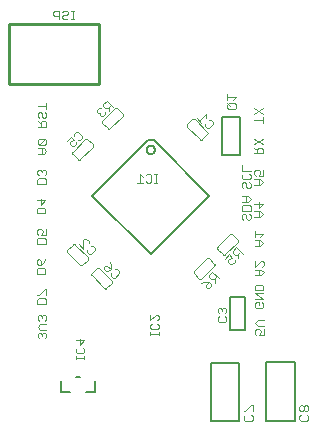
<source format=gbo>
G75*
G70*
%OFA0B0*%
%FSLAX24Y24*%
%IPPOS*%
%LPD*%
%AMOC8*
5,1,8,0,0,1.08239X$1,22.5*
%
%ADD10C,0.0030*%
%ADD11C,0.0060*%
%ADD12C,0.0050*%
%ADD13C,0.0100*%
%ADD14C,0.0040*%
D10*
X001590Y004517D02*
X001638Y004469D01*
X001590Y004517D02*
X001590Y004614D01*
X001638Y004662D01*
X001687Y004662D01*
X001735Y004614D01*
X001735Y004565D01*
X001735Y004614D02*
X001783Y004662D01*
X001832Y004662D01*
X001880Y004614D01*
X001880Y004517D01*
X001832Y004469D01*
X001880Y004763D02*
X001687Y004763D01*
X001590Y004860D01*
X001687Y004957D01*
X001880Y004957D01*
X001832Y005058D02*
X001880Y005106D01*
X001880Y005203D01*
X001832Y005251D01*
X001783Y005251D01*
X001735Y005203D01*
X001687Y005251D01*
X001638Y005251D01*
X001590Y005203D01*
X001590Y005106D01*
X001638Y005058D01*
X001735Y005155D02*
X001735Y005203D01*
X001876Y005620D02*
X001586Y005620D01*
X001586Y005765D01*
X001634Y005814D01*
X001828Y005814D01*
X001876Y005765D01*
X001876Y005620D01*
X001876Y005915D02*
X001876Y006108D01*
X001828Y006108D01*
X001634Y005915D01*
X001586Y005915D01*
X001557Y006626D02*
X001557Y006771D01*
X001605Y006819D01*
X001799Y006819D01*
X001847Y006771D01*
X001847Y006626D01*
X001557Y006626D01*
X001605Y006920D02*
X001557Y006969D01*
X001557Y007066D01*
X001605Y007114D01*
X001654Y007114D01*
X001702Y007066D01*
X001702Y006920D01*
X001605Y006920D01*
X001702Y006920D02*
X001799Y007017D01*
X001847Y007114D01*
X001861Y007626D02*
X001571Y007626D01*
X001571Y007771D01*
X001619Y007819D01*
X001813Y007819D01*
X001861Y007771D01*
X001861Y007626D01*
X001861Y007920D02*
X001716Y007920D01*
X001764Y008017D01*
X001764Y008066D01*
X001716Y008114D01*
X001619Y008114D01*
X001571Y008066D01*
X001571Y007969D01*
X001619Y007920D01*
X001861Y007920D02*
X001861Y008114D01*
X001852Y008638D02*
X001561Y008638D01*
X001561Y008783D01*
X001610Y008832D01*
X001803Y008832D01*
X001852Y008783D01*
X001852Y008638D01*
X001706Y008933D02*
X001852Y009078D01*
X001561Y009078D01*
X001706Y009126D02*
X001706Y008933D01*
X001584Y009612D02*
X001584Y009757D01*
X001632Y009805D01*
X001826Y009805D01*
X001874Y009757D01*
X001874Y009612D01*
X001584Y009612D01*
X001632Y009906D02*
X001584Y009955D01*
X001584Y010052D01*
X001632Y010100D01*
X001681Y010100D01*
X001729Y010052D01*
X001729Y010003D01*
X001729Y010052D02*
X001777Y010100D01*
X001826Y010100D01*
X001874Y010052D01*
X001874Y009955D01*
X001826Y009906D01*
X001791Y010634D02*
X001598Y010634D01*
X001598Y010828D02*
X001791Y010828D01*
X001888Y010731D01*
X001791Y010634D01*
X001743Y010634D02*
X001743Y010828D01*
X001646Y010929D02*
X001840Y010929D01*
X001888Y010977D01*
X001888Y011074D01*
X001840Y011122D01*
X001646Y010929D01*
X001598Y010977D01*
X001598Y011074D01*
X001646Y011122D01*
X001840Y011122D01*
X001885Y011528D02*
X001594Y011528D01*
X001691Y011528D02*
X001691Y011673D01*
X001739Y011722D01*
X001836Y011722D01*
X001885Y011673D01*
X001885Y011528D01*
X001691Y011625D02*
X001594Y011722D01*
X001643Y011823D02*
X001594Y011871D01*
X001594Y011968D01*
X001643Y012016D01*
X001691Y012016D01*
X001739Y011968D01*
X001739Y011871D01*
X001788Y011823D01*
X001836Y011823D01*
X001885Y011871D01*
X001885Y011968D01*
X001836Y012016D01*
X001885Y012117D02*
X001885Y012311D01*
X001885Y012214D02*
X001594Y012214D01*
X002698Y011184D02*
X002562Y011047D01*
X002664Y011013D02*
X002664Y010945D01*
X002733Y010876D01*
X002801Y010876D01*
X002869Y010945D01*
X002869Y011013D01*
X002801Y011081D02*
X002698Y011047D01*
X002664Y011013D01*
X002801Y011081D02*
X002698Y011184D01*
X002804Y011221D02*
X002804Y011290D01*
X002873Y011358D01*
X002941Y011358D01*
X003078Y011221D01*
X003078Y011153D01*
X003009Y011085D01*
X002941Y011085D01*
X003183Y011114D02*
X002759Y010689D01*
X002751Y010679D01*
X002746Y010667D01*
X002744Y010654D01*
X002746Y010641D01*
X002751Y010629D01*
X002759Y010619D01*
X002936Y010442D01*
X002946Y010434D01*
X002958Y010429D01*
X002971Y010427D01*
X002984Y010429D01*
X002996Y010434D01*
X003006Y010442D01*
X003431Y010866D01*
X003430Y010866D02*
X003438Y010876D01*
X003443Y010888D01*
X003445Y010901D01*
X003443Y010914D01*
X003438Y010926D01*
X003430Y010936D01*
X003431Y010937D02*
X003254Y011114D01*
X003254Y011113D02*
X003244Y011121D01*
X003232Y011126D01*
X003219Y011128D01*
X003206Y011126D01*
X003194Y011121D01*
X003184Y011113D01*
X003751Y011649D02*
X003928Y011472D01*
X003929Y011473D02*
X003939Y011465D01*
X003951Y011460D01*
X003964Y011458D01*
X003977Y011460D01*
X003989Y011465D01*
X003999Y011473D01*
X003999Y011472D02*
X004423Y011897D01*
X004431Y011907D01*
X004436Y011919D01*
X004438Y011932D01*
X004436Y011945D01*
X004431Y011957D01*
X004423Y011967D01*
X004246Y012144D01*
X004236Y012152D01*
X004224Y012157D01*
X004211Y012159D01*
X004198Y012157D01*
X004186Y012152D01*
X004176Y012144D01*
X003751Y011720D01*
X003752Y011719D02*
X003744Y011709D01*
X003739Y011697D01*
X003737Y011684D01*
X003739Y011671D01*
X003744Y011659D01*
X003752Y011649D01*
X003784Y011871D02*
X003852Y011939D01*
X003852Y012007D01*
X003958Y012045D02*
X003958Y012182D01*
X003924Y012147D02*
X004027Y012250D01*
X004095Y012182D02*
X003890Y012387D01*
X003787Y012284D01*
X003787Y012216D01*
X003856Y012147D01*
X003924Y012147D01*
X003716Y012144D02*
X003647Y012144D01*
X003579Y012076D01*
X003579Y012007D01*
X003613Y011973D01*
X003681Y011973D01*
X003681Y011905D01*
X003716Y011871D01*
X003784Y011871D01*
X003681Y011973D02*
X003716Y012007D01*
X004996Y009950D02*
X004996Y009660D01*
X004900Y009660D02*
X005093Y009660D01*
X005194Y009708D02*
X005243Y009660D01*
X005339Y009660D01*
X005388Y009708D01*
X005388Y009902D01*
X005339Y009950D01*
X005243Y009950D01*
X005194Y009902D01*
X005093Y009854D02*
X004996Y009950D01*
X005488Y009950D02*
X005584Y009950D01*
X005536Y009950D02*
X005536Y009660D01*
X005584Y009660D02*
X005488Y009660D01*
X007000Y011107D02*
X006575Y011532D01*
X006576Y011532D02*
X006568Y011542D01*
X006563Y011554D01*
X006561Y011567D01*
X006563Y011580D01*
X006568Y011592D01*
X006576Y011602D01*
X006575Y011602D02*
X006752Y011779D01*
X006753Y011779D02*
X006763Y011787D01*
X006775Y011792D01*
X006788Y011794D01*
X006801Y011792D01*
X006813Y011787D01*
X006823Y011779D01*
X007247Y011355D01*
X007247Y011354D02*
X007255Y011344D01*
X007260Y011332D01*
X007262Y011319D01*
X007260Y011306D01*
X007255Y011294D01*
X007247Y011284D01*
X007070Y011107D01*
X007070Y011108D02*
X007060Y011100D01*
X007048Y011095D01*
X007035Y011093D01*
X007022Y011095D01*
X007010Y011100D01*
X007000Y011108D01*
X007231Y011492D02*
X007162Y011560D01*
X007162Y011628D01*
X007056Y011666D02*
X006920Y011803D01*
X006988Y011734D02*
X007193Y011939D01*
X007193Y011803D01*
X007299Y011765D02*
X007367Y011765D01*
X007436Y011697D01*
X007436Y011628D01*
X007299Y011492D01*
X007231Y011492D01*
X007922Y012166D02*
X007971Y012117D01*
X008164Y012117D01*
X008212Y012166D01*
X008212Y012263D01*
X008164Y012311D01*
X007971Y012311D01*
X007922Y012263D01*
X007922Y012166D01*
X008019Y012214D02*
X007922Y012311D01*
X007922Y012412D02*
X007922Y012606D01*
X007922Y012509D02*
X008212Y012509D01*
X008116Y012412D01*
X008814Y012144D02*
X009104Y011951D01*
X009104Y011850D02*
X009104Y011656D01*
X009104Y011753D02*
X008814Y011753D01*
X008814Y011951D02*
X009104Y012144D01*
X009104Y011129D02*
X008814Y010936D01*
X008814Y010835D02*
X008911Y010738D01*
X008911Y010786D02*
X008911Y010641D01*
X008814Y010641D02*
X009104Y010641D01*
X009104Y010786D01*
X009056Y010835D01*
X008959Y010835D01*
X008911Y010786D01*
X009104Y010936D02*
X008814Y011129D01*
X008404Y010259D02*
X008404Y010066D01*
X008695Y010066D01*
X008646Y009965D02*
X008695Y009916D01*
X008695Y009820D01*
X008646Y009771D01*
X008453Y009771D01*
X008404Y009820D01*
X008404Y009916D01*
X008453Y009965D01*
X008453Y009670D02*
X008404Y009622D01*
X008404Y009525D01*
X008453Y009477D01*
X008549Y009525D02*
X008549Y009622D01*
X008501Y009670D01*
X008453Y009670D01*
X008549Y009525D02*
X008598Y009477D01*
X008646Y009477D01*
X008695Y009525D01*
X008695Y009622D01*
X008646Y009670D01*
X008814Y009597D02*
X009007Y009597D01*
X009104Y009694D01*
X009007Y009791D01*
X008814Y009791D01*
X008862Y009892D02*
X008814Y009940D01*
X008814Y010037D01*
X008862Y010085D01*
X008959Y010085D01*
X009007Y010037D01*
X009007Y009989D01*
X008959Y009892D01*
X009104Y009892D01*
X009104Y010085D01*
X008959Y009791D02*
X008959Y009597D01*
X008598Y009216D02*
X008404Y009216D01*
X008549Y009216D02*
X008549Y009022D01*
X008598Y009022D02*
X008695Y009119D01*
X008598Y009216D01*
X008598Y009022D02*
X008404Y009022D01*
X008453Y008921D02*
X008646Y008921D01*
X008695Y008873D01*
X008695Y008728D01*
X008404Y008728D01*
X008404Y008873D01*
X008453Y008921D01*
X008453Y008627D02*
X008404Y008578D01*
X008404Y008482D01*
X008453Y008433D01*
X008549Y008482D02*
X008549Y008578D01*
X008501Y008627D01*
X008453Y008627D01*
X008549Y008482D02*
X008598Y008433D01*
X008646Y008433D01*
X008695Y008482D01*
X008695Y008578D01*
X008646Y008627D01*
X008814Y008713D02*
X009007Y008713D01*
X009104Y008617D01*
X009007Y008520D01*
X008814Y008520D01*
X008959Y008520D02*
X008959Y008713D01*
X008959Y008814D02*
X008959Y009008D01*
X009104Y008960D02*
X008959Y008814D01*
X008814Y008960D02*
X009104Y008960D01*
X008827Y008048D02*
X008827Y007855D01*
X008827Y007952D02*
X009118Y007952D01*
X009021Y007855D01*
X009021Y007754D02*
X008827Y007754D01*
X008972Y007754D02*
X008972Y007560D01*
X009021Y007560D02*
X009118Y007657D01*
X009021Y007754D01*
X009021Y007560D02*
X008827Y007560D01*
X008844Y007061D02*
X008844Y006867D01*
X009038Y007061D01*
X009086Y007061D01*
X009135Y007013D01*
X009135Y006916D01*
X009086Y006867D01*
X009038Y006766D02*
X008844Y006766D01*
X008989Y006766D02*
X008989Y006573D01*
X009038Y006573D02*
X008844Y006573D01*
X009038Y006573D02*
X009135Y006670D01*
X009038Y006766D01*
X009071Y006263D02*
X008877Y006263D01*
X008829Y006215D01*
X008829Y006070D01*
X009119Y006070D01*
X009119Y006215D01*
X009071Y006263D01*
X009119Y005969D02*
X008829Y005969D01*
X009119Y005775D01*
X008829Y005775D01*
X008877Y005674D02*
X008974Y005674D01*
X008974Y005577D01*
X009071Y005481D02*
X008877Y005481D01*
X008829Y005529D01*
X008829Y005626D01*
X008877Y005674D01*
X009071Y005674D02*
X009119Y005626D01*
X009119Y005529D01*
X009071Y005481D01*
X009129Y005069D02*
X008935Y005069D01*
X008838Y004972D01*
X008935Y004875D01*
X009129Y004875D01*
X009129Y004774D02*
X009129Y004581D01*
X008983Y004581D01*
X009032Y004678D01*
X009032Y004726D01*
X008983Y004774D01*
X008887Y004774D01*
X008838Y004726D01*
X008838Y004629D01*
X008887Y004581D01*
X007880Y005058D02*
X007832Y005010D01*
X007638Y005010D01*
X007590Y005058D01*
X007590Y005155D01*
X007638Y005203D01*
X007638Y005304D02*
X007590Y005353D01*
X007590Y005450D01*
X007638Y005498D01*
X007687Y005498D01*
X007735Y005450D01*
X007735Y005401D01*
X007735Y005450D02*
X007783Y005498D01*
X007832Y005498D01*
X007880Y005450D01*
X007880Y005353D01*
X007832Y005304D01*
X007832Y005203D02*
X007880Y005155D01*
X007880Y005058D01*
X007053Y006468D02*
X007477Y006892D01*
X007485Y006902D01*
X007490Y006914D01*
X007492Y006927D01*
X007490Y006940D01*
X007485Y006952D01*
X007477Y006962D01*
X007477Y006963D02*
X007300Y007140D01*
X007300Y007139D02*
X007290Y007147D01*
X007278Y007152D01*
X007265Y007154D01*
X007252Y007152D01*
X007240Y007147D01*
X007230Y007139D01*
X007230Y007140D02*
X006805Y006715D01*
X006806Y006715D02*
X006798Y006705D01*
X006793Y006693D01*
X006791Y006680D01*
X006793Y006667D01*
X006798Y006655D01*
X006806Y006645D01*
X006805Y006645D02*
X006982Y006468D01*
X006983Y006468D02*
X006993Y006460D01*
X007005Y006455D01*
X007018Y006453D01*
X007031Y006455D01*
X007043Y006460D01*
X007053Y006468D01*
X007766Y007273D02*
X007589Y007450D01*
X007590Y007450D02*
X007582Y007460D01*
X007577Y007472D01*
X007575Y007485D01*
X007577Y007498D01*
X007582Y007510D01*
X007590Y007520D01*
X007589Y007520D02*
X008014Y007945D01*
X008014Y007944D02*
X008024Y007952D01*
X008036Y007957D01*
X008049Y007959D01*
X008062Y007957D01*
X008074Y007952D01*
X008084Y007944D01*
X008084Y007945D02*
X008261Y007768D01*
X008261Y007767D02*
X008269Y007757D01*
X008274Y007745D01*
X008276Y007732D01*
X008274Y007719D01*
X008269Y007707D01*
X008261Y007697D01*
X007837Y007273D01*
X007827Y007265D01*
X007815Y007260D01*
X007802Y007258D01*
X007789Y007260D01*
X007777Y007265D01*
X007767Y007273D01*
X005636Y005214D02*
X005636Y005117D01*
X005588Y005069D01*
X005588Y004968D02*
X005636Y004919D01*
X005636Y004822D01*
X005588Y004774D01*
X005394Y004774D01*
X005346Y004822D01*
X005346Y004919D01*
X005394Y004968D01*
X005346Y005069D02*
X005539Y005262D01*
X005588Y005262D01*
X005636Y005214D01*
X005346Y005262D02*
X005346Y005069D01*
X005346Y004674D02*
X005346Y004578D01*
X005346Y004626D02*
X005636Y004626D01*
X005636Y004578D02*
X005636Y004674D01*
X004164Y006500D02*
X004301Y006636D01*
X004301Y006705D01*
X004232Y006773D01*
X004164Y006773D01*
X004027Y006636D02*
X004027Y006568D01*
X004095Y006500D01*
X004164Y006500D01*
X004065Y006393D02*
X003640Y006818D01*
X003640Y006817D02*
X003630Y006825D01*
X003618Y006830D01*
X003605Y006832D01*
X003592Y006830D01*
X003580Y006825D01*
X003570Y006817D01*
X003570Y006818D02*
X003393Y006641D01*
X003393Y006640D02*
X003385Y006630D01*
X003380Y006618D01*
X003378Y006605D01*
X003380Y006592D01*
X003385Y006580D01*
X003393Y006570D01*
X003817Y006146D01*
X003818Y006146D02*
X003828Y006138D01*
X003840Y006133D01*
X003853Y006131D01*
X003866Y006133D01*
X003878Y006138D01*
X003888Y006146D01*
X004065Y006323D01*
X004064Y006323D02*
X004072Y006333D01*
X004077Y006345D01*
X004079Y006358D01*
X004077Y006371D01*
X004072Y006383D01*
X004064Y006393D01*
X003955Y006708D02*
X003887Y006708D01*
X003819Y006776D01*
X003819Y006845D01*
X003853Y006879D01*
X003921Y006879D01*
X004024Y006776D01*
X003955Y006708D01*
X004024Y006776D02*
X004024Y006913D01*
X003990Y007016D01*
X003499Y007428D02*
X003362Y007292D01*
X003294Y007292D01*
X003225Y007360D01*
X003225Y007428D01*
X003119Y007466D02*
X003119Y007739D01*
X003154Y007774D01*
X003222Y007774D01*
X003290Y007705D01*
X003290Y007637D01*
X003362Y007565D02*
X003430Y007565D01*
X003499Y007497D01*
X003499Y007428D01*
X003258Y007171D02*
X002833Y007595D01*
X002823Y007603D01*
X002811Y007608D01*
X002798Y007610D01*
X002785Y007608D01*
X002773Y007603D01*
X002763Y007595D01*
X002586Y007418D01*
X002578Y007408D01*
X002573Y007396D01*
X002571Y007383D01*
X002573Y007370D01*
X002578Y007358D01*
X002586Y007348D01*
X003010Y006923D01*
X003011Y006924D02*
X003021Y006916D01*
X003033Y006911D01*
X003046Y006909D01*
X003059Y006911D01*
X003071Y006916D01*
X003081Y006924D01*
X003081Y006923D02*
X003258Y007100D01*
X003257Y007100D02*
X003265Y007110D01*
X003270Y007122D01*
X003272Y007135D01*
X003270Y007148D01*
X003265Y007160D01*
X003257Y007170D01*
X003119Y007466D02*
X002983Y007603D01*
X002807Y015109D02*
X002710Y015109D01*
X002758Y015109D02*
X002758Y015399D01*
X002710Y015399D02*
X002807Y015399D01*
X002610Y015351D02*
X002610Y015302D01*
X002562Y015254D01*
X002465Y015254D01*
X002417Y015205D01*
X002417Y015157D01*
X002465Y015109D01*
X002562Y015109D01*
X002610Y015157D01*
X002610Y015351D02*
X002562Y015399D01*
X002465Y015399D01*
X002417Y015351D01*
X002316Y015399D02*
X002171Y015399D01*
X002122Y015351D01*
X002122Y015254D01*
X002171Y015205D01*
X002316Y015205D01*
X002316Y015109D02*
X002316Y015399D01*
D11*
X005265Y011086D02*
X005463Y011086D01*
X007316Y009233D01*
X005364Y007282D01*
X003413Y009233D01*
X005265Y011086D01*
X005223Y010760D02*
X005225Y010783D01*
X005231Y010806D01*
X005240Y010827D01*
X005253Y010847D01*
X005269Y010864D01*
X005287Y010878D01*
X005307Y010889D01*
X005329Y010897D01*
X005352Y010901D01*
X005376Y010901D01*
X005399Y010897D01*
X005421Y010889D01*
X005441Y010878D01*
X005459Y010864D01*
X005475Y010847D01*
X005488Y010827D01*
X005497Y010806D01*
X005503Y010783D01*
X005505Y010760D01*
X005503Y010737D01*
X005497Y010714D01*
X005488Y010693D01*
X005475Y010673D01*
X005459Y010656D01*
X005441Y010642D01*
X005421Y010631D01*
X005399Y010623D01*
X005376Y010619D01*
X005352Y010619D01*
X005329Y010623D01*
X005307Y010631D01*
X005287Y010642D01*
X005269Y010656D01*
X005253Y010673D01*
X005240Y010693D01*
X005231Y010714D01*
X005225Y010737D01*
X005223Y010760D01*
D12*
X002364Y003041D02*
X002364Y002691D01*
X002664Y002691D01*
X002864Y003191D02*
X003014Y003191D01*
X003214Y002691D02*
X003514Y002691D01*
X003514Y003041D01*
X007358Y003665D02*
X007358Y001725D01*
X008318Y001725D01*
X008318Y003665D01*
X007358Y003665D01*
X008000Y004760D02*
X008500Y004760D01*
X008500Y005860D01*
X008000Y005860D01*
X008000Y004760D01*
X009205Y003672D02*
X009205Y001732D01*
X010165Y001732D01*
X010165Y003672D01*
X009205Y003672D01*
X008339Y010591D02*
X007748Y010591D01*
X007748Y011851D01*
X008339Y011851D01*
X008339Y010591D01*
D13*
X003641Y012952D02*
X003641Y014952D01*
X000641Y014952D01*
X000641Y012952D01*
X003641Y012952D01*
D14*
X007976Y007278D02*
X007830Y007132D01*
X007940Y007095D02*
X007940Y007022D01*
X008013Y006949D01*
X008086Y006949D01*
X008159Y007022D01*
X008159Y007095D01*
X008086Y007168D02*
X007976Y007132D01*
X007940Y007095D01*
X008086Y007168D02*
X007976Y007278D01*
X008094Y007323D02*
X008094Y007396D01*
X008204Y007506D01*
X008423Y007287D01*
X008350Y007360D02*
X008241Y007250D01*
X008168Y007250D01*
X008094Y007323D01*
X008277Y007287D02*
X008277Y007140D01*
X007639Y006482D02*
X007420Y006701D01*
X007310Y006591D01*
X007310Y006518D01*
X007383Y006445D01*
X007457Y006445D01*
X007566Y006555D01*
X007493Y006482D02*
X007493Y006335D01*
X007375Y006290D02*
X007375Y006217D01*
X007302Y006144D01*
X007229Y006144D01*
X007192Y006181D01*
X007192Y006254D01*
X007302Y006363D01*
X007375Y006290D01*
X007302Y006363D02*
X007156Y006363D01*
X007046Y006327D01*
X008716Y002244D02*
X008509Y002037D01*
X008458Y002037D01*
X008509Y001921D02*
X008458Y001870D01*
X008458Y001766D01*
X008509Y001715D01*
X008716Y001715D01*
X008768Y001766D01*
X008768Y001870D01*
X008716Y001921D01*
X008768Y002037D02*
X008768Y002244D01*
X008716Y002244D01*
X010305Y002199D02*
X010305Y002096D01*
X010357Y002044D01*
X010409Y002044D01*
X010460Y002096D01*
X010460Y002199D01*
X010409Y002251D01*
X010357Y002251D01*
X010305Y002199D01*
X010357Y001928D02*
X010305Y001877D01*
X010305Y001773D01*
X010357Y001722D01*
X010564Y001722D01*
X010616Y001773D01*
X010616Y001877D01*
X010564Y001928D01*
X010564Y002044D02*
X010512Y002044D01*
X010460Y002096D01*
X010460Y002199D02*
X010512Y002251D01*
X010564Y002251D01*
X010616Y002199D01*
X010616Y002096D01*
X010564Y002044D01*
X003147Y003777D02*
X003147Y003871D01*
X003147Y003824D02*
X002867Y003824D01*
X002867Y003777D02*
X002867Y003871D01*
X002913Y003974D02*
X002867Y004020D01*
X002867Y004114D01*
X002913Y004160D01*
X003007Y004268D02*
X003007Y004455D01*
X003147Y004408D02*
X003007Y004268D01*
X003100Y004160D02*
X003147Y004114D01*
X003147Y004020D01*
X003100Y003974D01*
X002913Y003974D01*
X002867Y004408D02*
X003147Y004408D01*
M02*

</source>
